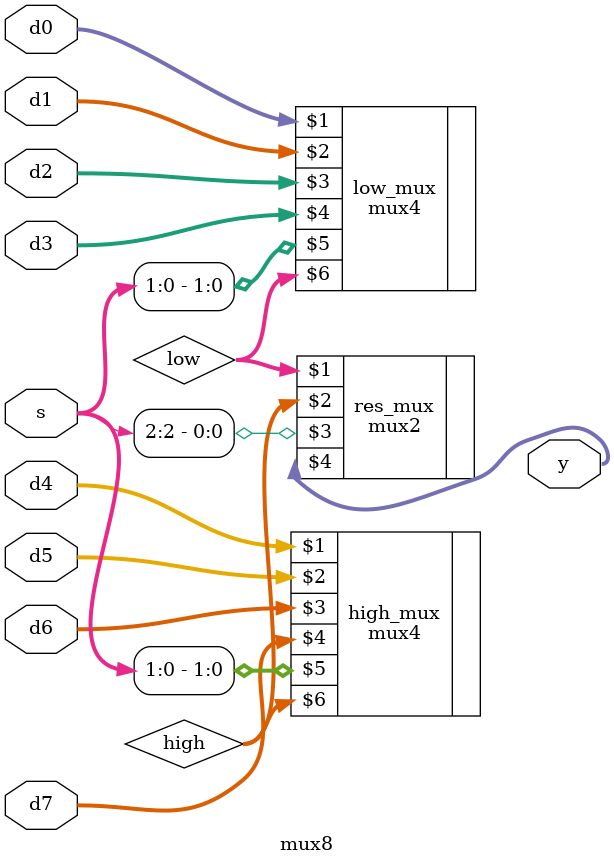
<source format=sv>
`timescale 1ns / 1ps


module mux8 #(parameter WIDTH=8) (
    input logic [WIDTH-1:0] d0, d1, d2, d3, d4, d5, d6, d7,
    input logic [2:0] s,
    output logic [WIDTH-1:0] y
    );

    logic [WIDTH-1:0] low, high;

    mux4 #(WIDTH) low_mux(d0, d1, d2, d3, s[1:0], low);
    mux4 #(WIDTH) high_mux(d4, d5, d6, d7, s[1:0], high);
    mux2 #(WIDTH) res_mux(low, high, s[2], y);
endmodule

</source>
